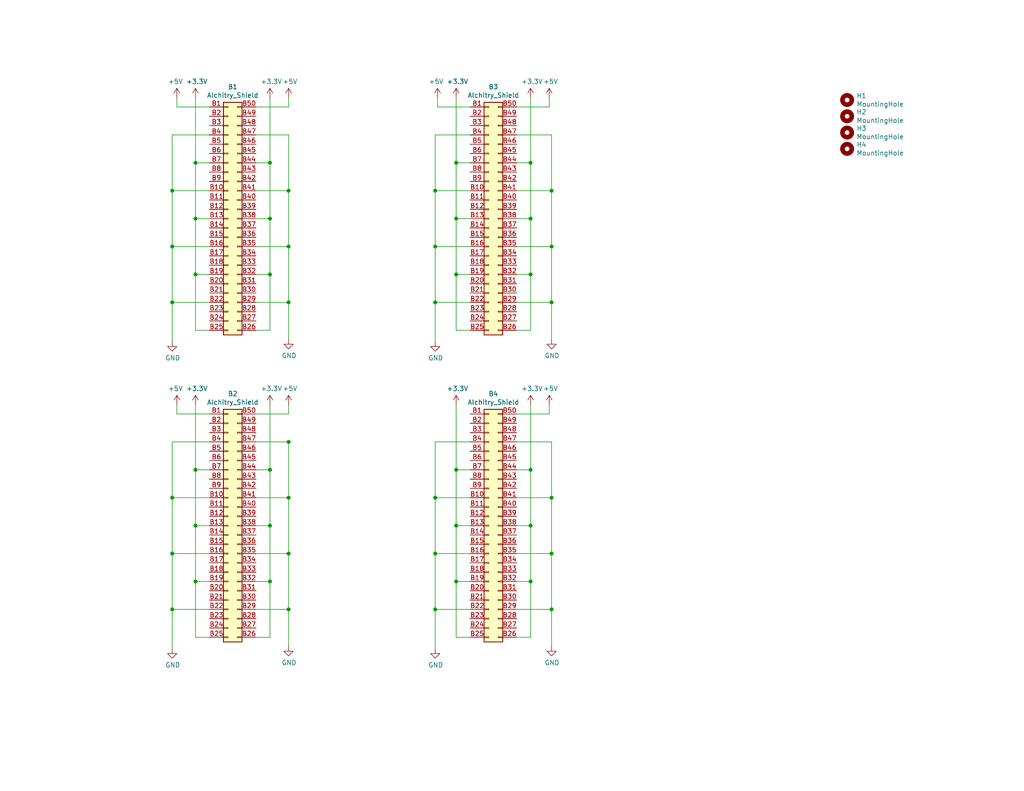
<source format=kicad_sch>
(kicad_sch (version 20230121) (generator eeschema)
  (paper "USLetter")
  (title_block (date "2019-03-06"))
  (lib_symbols
    (symbol "Alchitry_Au:Alchitry_Shield" (pin_names (offset 1.016) hide)
      (property "Reference" "B" (at 0 26.67 0))
      (property "Value" "Alchitry_Shield" (at 0 31.75 0))
      (symbol "Alchitry_Shield_0_1"
        (rectangle (start -2.54 -36.703) (end -1.27 -36.957) (stroke (width 0.1524)))
        (rectangle (start -2.54 -34.163) (end -1.27 -34.417) (stroke (width 0.1524)))
        (rectangle (start -2.54 -31.623) (end -1.27 -31.877) (stroke (width 0.1524)))
        (rectangle (start -2.54 -29.083) (end -1.27 -29.337) (stroke (width 0.1524)))
        (rectangle (start -2.54 -26.543) (end -1.27 -26.797) (stroke (width 0.1524)))
        (rectangle (start -2.54 -24.003) (end -1.27 -24.257) (stroke (width 0.1524)))
        (rectangle (start -2.54 -21.463) (end -1.27 -21.717) (stroke (width 0.1524)))
        (rectangle (start -2.54 -18.923) (end -1.27 -19.177) (stroke (width 0.1524)))
        (rectangle (start -2.54 -16.383) (end -1.27 -16.637) (stroke (width 0.1524)))
        (rectangle (start -2.54 -13.843) (end -1.27 -14.097) (stroke (width 0.1524)))
        (rectangle (start -2.54 -11.303) (end -1.27 -11.557) (stroke (width 0.1524)))
        (rectangle (start -2.54 -8.763) (end -1.27 -9.017) (stroke (width 0.1524)))
        (rectangle (start -2.54 -6.223) (end -1.27 -6.477) (stroke (width 0.1524)))
        (rectangle (start -2.54 -3.683) (end -1.27 -3.937) (stroke (width 0.1524)))
        (rectangle (start -2.54 -1.143) (end -1.27 -1.397) (stroke (width 0.1524)))
        (rectangle (start -2.54 1.397) (end -1.27 1.143) (stroke (width 0.1524)))
        (rectangle (start -2.54 3.937) (end -1.27 3.683) (stroke (width 0.1524)))
        (rectangle (start -2.54 6.477) (end -1.27 6.223) (stroke (width 0.1524)))
        (rectangle (start -2.54 9.017) (end -1.27 8.763) (stroke (width 0.1524)))
        (rectangle (start -2.54 11.557) (end -1.27 11.303) (stroke (width 0.1524)))
        (rectangle (start -2.54 14.097) (end -1.27 13.843) (stroke (width 0.1524)))
        (rectangle (start -2.54 16.637) (end -1.27 16.383) (stroke (width 0.1524)))
        (rectangle (start -2.54 19.177) (end -1.27 18.923) (stroke (width 0.1524)))
        (rectangle (start -2.54 21.717) (end -1.27 21.463) (stroke (width 0.1524)))
        (rectangle (start -2.54 24.257) (end -1.27 24.003) (stroke (width 0.1524)))
        (rectangle (start -2.54 25.4) (end 2.54 -38.1) (stroke (width 0.254)) (fill (type background)))
        (rectangle (start 2.54 -36.703) (end 1.27 -36.957) (stroke (width 0.1524)))
        (rectangle (start 2.54 -34.163) (end 1.27 -34.417) (stroke (width 0.1524)))
        (rectangle (start 2.54 -31.623) (end 1.27 -31.877) (stroke (width 0.1524)))
        (rectangle (start 2.54 -29.083) (end 1.27 -29.337) (stroke (width 0.1524)))
        (rectangle (start 2.54 -26.543) (end 1.27 -26.797) (stroke (width 0.1524)))
        (rectangle (start 2.54 -24.003) (end 1.27 -24.257) (stroke (width 0.1524)))
        (rectangle (start 2.54 -21.463) (end 1.27 -21.717) (stroke (width 0.1524)))
        (rectangle (start 2.54 -18.923) (end 1.27 -19.177) (stroke (width 0.1524)))
        (rectangle (start 2.54 -16.383) (end 1.27 -16.637) (stroke (width 0.1524)))
        (rectangle (start 2.54 -13.843) (end 1.27 -14.097) (stroke (width 0.1524)))
        (rectangle (start 2.54 -11.303) (end 1.27 -11.557) (stroke (width 0.1524)))
        (rectangle (start 2.54 -8.763) (end 1.27 -9.017) (stroke (width 0.1524)))
        (rectangle (start 2.54 -6.223) (end 1.27 -6.477) (stroke (width 0.1524)))
        (rectangle (start 2.54 -3.683) (end 1.27 -3.937) (stroke (width 0.1524)))
        (rectangle (start 2.54 -1.143) (end 1.27 -1.397) (stroke (width 0.1524)))
        (rectangle (start 2.54 1.397) (end 1.27 1.143) (stroke (width 0.1524)))
        (rectangle (start 2.54 3.937) (end 1.27 3.683) (stroke (width 0.1524)))
        (rectangle (start 2.54 6.477) (end 1.27 6.223) (stroke (width 0.1524)))
        (rectangle (start 2.54 9.017) (end 1.27 8.763) (stroke (width 0.1524)))
        (rectangle (start 2.54 11.557) (end 1.27 11.303) (stroke (width 0.1524)))
        (rectangle (start 2.54 14.097) (end 1.27 13.843) (stroke (width 0.1524)))
        (rectangle (start 2.54 16.637) (end 1.27 16.383) (stroke (width 0.1524)))
        (rectangle (start 2.54 19.177) (end 1.27 18.923) (stroke (width 0.1524)))
        (rectangle (start 2.54 21.717) (end 1.27 21.463) (stroke (width 0.1524)))
        (rectangle (start 2.54 24.257) (end 1.27 24.003) (stroke (width 0.1524)))
      )
      (symbol "Alchitry_Shield_1_1"
        (pin passive line (at -6.35 24.13 0) (length 3.81) (name "Pin_1") (number "B1"))
        (pin passive line (at -6.35 1.27 0) (length 3.81) (name "Pin_10") (number "B10"))
        (pin passive line (at -6.35 -1.27 0) (length 3.81) (name "Pin_11") (number "B11"))
        (pin passive line (at -6.35 -3.81 0) (length 3.81) (name "Pin_12") (number "B12"))
        (pin passive line (at -6.35 -6.35 0) (length 3.81) (name "Pin_13") (number "B13"))
        (pin passive line (at -6.35 -8.89 0) (length 3.81) (name "Pin_14") (number "B14"))
        (pin passive line (at -6.35 -11.43 0) (length 3.81) (name "Pin_15") (number "B15"))
        (pin passive line (at -6.35 -13.97 0) (length 3.81) (name "Pin_16") (number "B16"))
        (pin passive line (at -6.35 -16.51 0) (length 3.81) (name "Pin_17") (number "B17"))
        (pin passive line (at -6.35 -19.05 0) (length 3.81) (name "Pin_18") (number "B18"))
        (pin passive line (at -6.35 -21.59 0) (length 3.81) (name "Pin_19") (number "B19"))
        (pin passive line (at -6.35 21.59 0) (length 3.81) (name "Pin_2") (number "B2"))
        (pin passive line (at -6.35 -24.13 0) (length 3.81) (name "Pin_20") (number "B20"))
        (pin passive line (at -6.35 -26.67 0) (length 3.81) (name "Pin_21") (number "B21"))
        (pin passive line (at -6.35 -29.21 0) (length 3.81) (name "Pin_22") (number "B22"))
        (pin passive line (at -6.35 -31.75 0) (length 3.81) (name "Pin_23") (number "B23"))
        (pin passive line (at -6.35 -34.29 0) (length 3.81) (name "Pin_24") (number "B24"))
        (pin passive line (at -6.35 -36.83 0) (length 3.81) (name "Pin_25") (number "B25"))
        (pin passive line (at 6.35 -36.83 180) (length 3.81) (name "Pin_26") (number "B26"))
        (pin passive line (at 6.35 -34.29 180) (length 3.81) (name "Pin_27") (number "B27"))
        (pin passive line (at 6.35 -31.75 180) (length 3.81) (name "Pin_28") (number "B28"))
        (pin passive line (at 6.35 -29.21 180) (length 3.81) (name "Pin_29") (number "B29"))
        (pin passive line (at -6.35 19.05 0) (length 3.81) (name "Pin_3") (number "B3"))
        (pin passive line (at 6.35 -26.67 180) (length 3.81) (name "Pin_30") (number "B30"))
        (pin passive line (at 6.35 -24.13 180) (length 3.81) (name "Pin_31") (number "B31"))
        (pin passive line (at 6.35 -21.59 180) (length 3.81) (name "Pin_32") (number "B32"))
        (pin passive line (at 6.35 -19.05 180) (length 3.81) (name "Pin_33") (number "B33"))
        (pin passive line (at 6.35 -16.51 180) (length 3.81) (name "Pin_34") (number "B34"))
        (pin passive line (at 6.35 -13.97 180) (length 3.81) (name "Pin_35") (number "B35"))
        (pin passive line (at 6.35 -11.43 180) (length 3.81) (name "Pin_36") (number "B36"))
        (pin passive line (at 6.35 -8.89 180) (length 3.81) (name "Pin_37") (number "B37"))
        (pin passive line (at 6.35 -6.35 180) (length 3.81) (name "Pin_38") (number "B38"))
        (pin passive line (at 6.35 -3.81 180) (length 3.81) (name "Pin_39") (number "B39"))
        (pin passive line (at -6.35 16.51 0) (length 3.81) (name "Pin_4") (number "B4"))
        (pin passive line (at 6.35 -1.27 180) (length 3.81) (name "Pin_40") (number "B40"))
        (pin passive line (at 6.35 1.27 180) (length 3.81) (name "Pin_41") (number "B41"))
        (pin passive line (at 6.35 3.81 180) (length 3.81) (name "Pin_42") (number "B42"))
        (pin passive line (at 6.35 6.35 180) (length 3.81) (name "Pin_43") (number "B43"))
        (pin passive line (at 6.35 8.89 180) (length 3.81) (name "Pin_44") (number "B44"))
        (pin passive line (at 6.35 11.43 180) (length 3.81) (name "Pin_45") (number "B45"))
        (pin passive line (at 6.35 13.97 180) (length 3.81) (name "Pin_46") (number "B46"))
        (pin passive line (at 6.35 16.51 180) (length 3.81) (name "Pin_47") (number "B47"))
        (pin passive line (at 6.35 19.05 180) (length 3.81) (name "Pin_48") (number "B48"))
        (pin passive line (at 6.35 21.59 180) (length 3.81) (name "Pin_49") (number "B49"))
        (pin passive line (at -6.35 13.97 0) (length 3.81) (name "Pin_5") (number "B5"))
        (pin passive line (at 6.35 24.13 180) (length 3.81) (name "Pin_50") (number "B50"))
        (pin passive line (at -6.35 11.43 0) (length 3.81) (name "Pin_6") (number "B6"))
        (pin passive line (at -6.35 8.89 0) (length 3.81) (name "Pin_7") (number "B7"))
        (pin passive line (at -6.35 6.35 0) (length 3.81) (name "Pin_8") (number "B8"))
        (pin passive line (at -6.35 3.81 0) (length 3.81) (name "Pin_9") (number "B9"))
      )
    )
    (symbol "Mechanical:MountingHole" (pin_names (offset 1.016))
      (property "Reference" "H" (at 0 5.08 0))
      (property "Value" "MountingHole" (at 0 3.175 0))
      (symbol "MountingHole_0_1"
        (circle (center 0 0) (radius 1.27) (stroke (width 1.27)))
      )
    )
    (symbol "power:+3.3V" (power) (pin_names (offset 0))
      (property "Value" "+3.3V" (at 0 3.556 0))
      (symbol "+3.3V_0_1"
        (polyline (pts (xy -0.762 1.27) (xy 0 2.54)))
        (polyline (pts (xy 0 0) (xy 0 2.54)))
        (polyline (pts (xy 0 2.54) (xy 0.762 1.27)))
      )
      (symbol "+3.3V_1_1"
        (pin power_in line (at 0 0 90) (length 0) hide (name "+3.3V") (number "1"))
      )
    )
    (symbol "power:+5V" (power) (pin_names (offset 0))
      (property "Value" "+5V" (at 0 3.556 0))
      (symbol "+5V_0_1"
        (polyline (pts (xy -0.762 1.27) (xy 0 2.54)))
        (polyline (pts (xy 0 0) (xy 0 2.54)))
        (polyline (pts (xy 0 2.54) (xy 0.762 1.27)))
      )
      (symbol "+5V_1_1"
        (pin power_in line (at 0 0 90) (length 0) hide (name "+5V") (number "1"))
      )
    )
    (symbol "power:GND" (power) (pin_names (offset 0))
      (property "Value" "GND" (at 0 -3.81 0))
      (symbol "GND_0_1"
        (polyline (pts (xy 0 0) (xy 0 -1.27) (xy 1.27 -1.27) (xy 0 -2.54) (xy -1.27 -1.27) (xy 0 -1.27)))
      )
      (symbol "GND_1_1"
        (pin power_in line (at 0 0 270) (length 0) hide (name "GND") (number "1"))
      )
    )
  )
  (junction (at 46.99 135.89))
  (junction (at 150.495 166.37))
  (junction (at 150.495 67.31))
  (junction (at 78.74 120.65))
  (junction (at 144.78 158.75))
  (junction (at 53.34 128.27))
  (junction (at 124.46 59.69))
  (junction (at 73.66 158.75))
  (junction (at 78.74 135.89))
  (junction (at 150.495 52.07))
  (junction (at 124.46 158.75))
  (junction (at 150.495 151.13))
  (junction (at 73.66 74.93))
  (junction (at 78.74 67.31))
  (junction (at 53.34 74.93))
  (junction (at 78.74 52.07))
  (junction (at 118.745 135.89))
  (junction (at 124.46 44.45))
  (junction (at 53.34 143.51))
  (junction (at 73.66 44.45))
  (junction (at 118.745 82.55))
  (junction (at 144.78 128.27))
  (junction (at 53.34 59.69))
  (junction (at 124.46 128.27))
  (junction (at 46.99 166.37))
  (junction (at 73.66 128.27))
  (junction (at 78.74 82.55))
  (junction (at 53.34 44.45))
  (junction (at 144.78 59.69))
  (junction (at 124.46 143.51))
  (junction (at 46.99 82.55))
  (junction (at 46.99 52.07))
  (junction (at 73.66 59.69))
  (junction (at 78.74 151.13))
  (junction (at 150.495 82.55))
  (junction (at 118.745 52.07))
  (junction (at 144.78 74.93))
  (junction (at 78.74 166.37))
  (junction (at 144.78 143.51))
  (junction (at 124.46 74.93))
  (junction (at 118.745 151.13))
  (junction (at 118.745 67.31))
  (junction (at 144.78 44.45))
  (junction (at 150.495 135.89))
  (junction (at 53.34 158.75))
  (junction (at 46.99 151.13))
  (junction (at 73.66 143.51))
  (junction (at 46.99 67.31))
  (junction (at 118.745 166.37))
  (wire (pts (xy 46.99 52.07) (xy 46.99 36.83)))
  (wire (pts (xy 78.74 113.03) (xy 78.74 110.49)))
  (wire (pts (xy 118.745 36.83) (xy 128.27 36.83)))
  (wire (pts (xy 69.85 151.13) (xy 78.74 151.13)))
  (wire (pts (xy 140.97 59.69) (xy 144.78 59.69)))
  (wire (pts (xy 57.15 143.51) (xy 53.34 143.51)))
  (wire (pts (xy 69.85 135.89) (xy 78.74 135.89)))
  (wire (pts (xy 69.85 166.37) (xy 78.74 166.37)))
  (wire (pts (xy 78.74 82.55) (xy 78.74 92.71)))
  (wire (pts (xy 73.66 173.99) (xy 73.66 158.75)))
  (wire (pts (xy 46.99 82.55) (xy 46.99 93.345)))
  (wire (pts (xy 53.34 128.27) (xy 53.34 110.49)))
  (wire (pts (xy 73.66 158.75) (xy 73.66 143.51)))
  (wire (pts (xy 69.85 82.55) (xy 78.74 82.55)))
  (wire (pts (xy 73.66 44.45) (xy 73.66 26.67)))
  (wire (pts (xy 144.78 128.27) (xy 144.78 110.49)))
  (wire (pts (xy 53.34 173.99) (xy 53.34 158.75)))
  (wire (pts (xy 78.74 52.07) (xy 78.74 67.31)))
  (wire (pts (xy 118.745 52.07) (xy 128.27 52.07)))
  (wire (pts (xy 140.97 74.93) (xy 144.78 74.93)))
  (wire (pts (xy 124.46 90.17) (xy 124.46 74.93)))
  (wire (pts (xy 118.745 166.37) (xy 118.745 177.165)))
  (wire (pts (xy 118.745 151.13) (xy 128.27 151.13)))
  (wire (pts (xy 78.74 67.31) (xy 78.74 82.55)))
  (wire (pts (xy 78.74 151.13) (xy 79.375 151.13)))
  (wire (pts (xy 69.85 52.07) (xy 78.74 52.07)))
  (wire (pts (xy 124.46 59.69) (xy 124.46 44.45)))
  (wire (pts (xy 57.15 158.75) (xy 53.34 158.75)))
  (wire (pts (xy 128.27 44.45) (xy 124.46 44.45)))
  (wire (pts (xy 128.27 173.99) (xy 124.46 173.99)))
  (wire (pts (xy 46.99 151.13) (xy 46.99 166.37)))
  (wire (pts (xy 73.66 59.69) (xy 73.66 44.45)))
  (wire (pts (xy 150.495 120.65) (xy 150.495 135.89)))
  (wire (pts (xy 124.46 74.93) (xy 124.46 59.69)))
  (wire (pts (xy 140.97 135.89) (xy 150.495 135.89)))
  (wire (pts (xy 46.99 151.13) (xy 57.15 151.13)))
  (wire (pts (xy 69.85 120.65) (xy 78.74 120.65)))
  (wire (pts (xy 128.27 128.27) (xy 124.46 128.27)))
  (wire (pts (xy 46.99 120.65) (xy 57.15 120.65)))
  (wire (pts (xy 118.745 52.07) (xy 118.745 67.31)))
  (wire (pts (xy 150.495 166.37) (xy 150.495 176.53)))
  (wire (pts (xy 124.46 173.99) (xy 124.46 158.75)))
  (wire (pts (xy 46.99 52.07) (xy 57.15 52.07)))
  (wire (pts (xy 69.85 36.83) (xy 78.74 36.83)))
  (wire (pts (xy 46.99 166.37) (xy 57.15 166.37)))
  (wire (pts (xy 144.78 59.69) (xy 144.78 44.45)))
  (wire (pts (xy 78.74 135.89) (xy 79.375 135.89)))
  (wire (pts (xy 144.78 44.45) (xy 144.78 26.67)))
  (wire (pts (xy 69.85 29.21) (xy 78.74 29.21)))
  (wire (pts (xy 73.66 74.93) (xy 73.66 59.69)))
  (wire (pts (xy 118.745 82.55) (xy 128.27 82.55)))
  (wire (pts (xy 150.495 151.13) (xy 150.495 166.37)))
  (wire (pts (xy 118.745 120.65) (xy 118.745 135.89)))
  (wire (pts (xy 57.15 113.03) (xy 48.26 113.03)))
  (wire (pts (xy 53.34 59.69) (xy 53.34 44.45)))
  (wire (pts (xy 53.34 90.17) (xy 53.34 74.93)))
  (wire (pts (xy 46.99 67.31) (xy 57.15 67.31)))
  (wire (pts (xy 149.86 113.03) (xy 149.86 110.49)))
  (wire (pts (xy 46.99 67.31) (xy 46.99 82.55)))
  (wire (pts (xy 140.97 29.21) (xy 149.86 29.21)))
  (wire (pts (xy 53.34 74.93) (xy 53.34 59.69)))
  (wire (pts (xy 118.745 82.55) (xy 118.745 93.345)))
  (wire (pts (xy 118.745 67.31) (xy 118.745 82.55)))
  (wire (pts (xy 140.97 120.65) (xy 150.495 120.65)))
  (wire (pts (xy 69.85 173.99) (xy 73.66 173.99)))
  (wire (pts (xy 57.15 29.21) (xy 48.26 29.21)))
  (wire (pts (xy 140.97 67.31) (xy 150.495 67.31)))
  (wire (pts (xy 140.97 113.03) (xy 149.86 113.03)))
  (wire (pts (xy 69.85 59.69) (xy 73.66 59.69)))
  (wire (pts (xy 128.27 158.75) (xy 124.46 158.75)))
  (wire (pts (xy 57.15 128.27) (xy 53.34 128.27)))
  (wire (pts (xy 78.74 166.37) (xy 79.375 166.37)))
  (wire (pts (xy 144.78 90.17) (xy 144.78 74.93)))
  (wire (pts (xy 150.495 52.07) (xy 150.495 67.31)))
  (wire (pts (xy 124.46 44.45) (xy 124.46 26.67)))
  (wire (pts (xy 144.78 158.75) (xy 144.78 143.51)))
  (wire (pts (xy 78.74 120.65) (xy 79.375 120.65)))
  (wire (pts (xy 118.745 67.31) (xy 128.27 67.31)))
  (wire (pts (xy 69.85 74.93) (xy 73.66 74.93)))
  (wire (pts (xy 57.15 90.17) (xy 53.34 90.17)))
  (wire (pts (xy 57.15 59.69) (xy 53.34 59.69)))
  (wire (pts (xy 69.85 44.45) (xy 73.66 44.45)))
  (wire (pts (xy 69.85 67.31) (xy 78.74 67.31)))
  (wire (pts (xy 118.745 120.65) (xy 128.27 120.65)))
  (wire (pts (xy 149.86 29.21) (xy 149.86 26.67)))
  (wire (pts (xy 150.495 135.89) (xy 150.495 151.13)))
  (wire (pts (xy 78.74 151.13) (xy 78.74 166.37)))
  (wire (pts (xy 140.97 90.17) (xy 144.78 90.17)))
  (wire (pts (xy 46.99 36.83) (xy 57.15 36.83)))
  (wire (pts (xy 118.745 151.13) (xy 118.745 166.37)))
  (wire (pts (xy 53.34 143.51) (xy 53.34 128.27)))
  (wire (pts (xy 57.15 173.99) (xy 53.34 173.99)))
  (wire (pts (xy 140.97 151.13) (xy 150.495 151.13)))
  (wire (pts (xy 46.99 135.89) (xy 57.15 135.89)))
  (wire (pts (xy 46.99 82.55) (xy 57.15 82.55)))
  (wire (pts (xy 73.66 90.17) (xy 73.66 74.93)))
  (wire (pts (xy 46.99 135.89) (xy 46.99 151.13)))
  (wire (pts (xy 78.74 166.37) (xy 78.74 176.53)))
  (wire (pts (xy 73.66 143.51) (xy 73.66 128.27)))
  (wire (pts (xy 57.15 44.45) (xy 53.34 44.45)))
  (wire (pts (xy 119.38 29.21) (xy 119.38 26.67)))
  (wire (pts (xy 140.97 166.37) (xy 150.495 166.37)))
  (wire (pts (xy 128.27 74.93) (xy 124.46 74.93)))
  (wire (pts (xy 140.97 143.51) (xy 144.78 143.51)))
  (wire (pts (xy 140.97 82.55) (xy 150.495 82.55)))
  (wire (pts (xy 78.74 29.21) (xy 78.74 26.67)))
  (wire (pts (xy 128.27 143.51) (xy 124.46 143.51)))
  (wire (pts (xy 118.745 135.89) (xy 128.27 135.89)))
  (wire (pts (xy 78.74 120.65) (xy 78.74 135.89)))
  (wire (pts (xy 140.97 52.07) (xy 150.495 52.07)))
  (wire (pts (xy 53.34 44.45) (xy 53.34 26.67)))
  (wire (pts (xy 46.99 120.65) (xy 46.99 135.89)))
  (wire (pts (xy 140.97 158.75) (xy 144.78 158.75)))
  (wire (pts (xy 118.745 135.89) (xy 118.745 151.13)))
  (wire (pts (xy 53.34 158.75) (xy 53.34 143.51)))
  (wire (pts (xy 57.15 74.93) (xy 53.34 74.93)))
  (wire (pts (xy 48.26 29.21) (xy 48.26 26.67)))
  (wire (pts (xy 150.495 82.55) (xy 150.495 92.71)))
  (wire (pts (xy 124.46 143.51) (xy 124.46 128.27)))
  (wire (pts (xy 140.97 173.99) (xy 144.78 173.99)))
  (wire (pts (xy 124.46 128.27) (xy 124.46 110.49)))
  (wire (pts (xy 69.85 158.75) (xy 73.66 158.75)))
  (wire (pts (xy 124.46 158.75) (xy 124.46 143.51)))
  (wire (pts (xy 69.85 113.03) (xy 78.74 113.03)))
  (wire (pts (xy 128.27 90.17) (xy 124.46 90.17)))
  (wire (pts (xy 69.85 90.17) (xy 73.66 90.17)))
  (wire (pts (xy 128.27 59.69) (xy 124.46 59.69)))
  (wire (pts (xy 144.78 143.51) (xy 144.78 128.27)))
  (wire (pts (xy 48.26 113.03) (xy 48.26 110.49)))
  (wire (pts (xy 69.85 143.51) (xy 73.66 143.51)))
  (wire (pts (xy 128.27 29.21) (xy 119.38 29.21)))
  (wire (pts (xy 150.495 67.31) (xy 150.495 82.55)))
  (wire (pts (xy 78.74 36.83) (xy 78.74 52.07)))
  (wire (pts (xy 118.745 36.83) (xy 118.745 52.07)))
  (wire (pts (xy 144.78 74.93) (xy 144.78 59.69)))
  (wire (pts (xy 73.66 128.27) (xy 73.66 110.49)))
  (wire (pts (xy 118.745 166.37) (xy 128.27 166.37)))
  (wire (pts (xy 46.99 52.07) (xy 46.99 67.31)))
  (wire (pts (xy 140.97 36.83) (xy 150.495 36.83)))
  (wire (pts (xy 46.99 166.37) (xy 46.99 177.165)))
  (wire (pts (xy 69.85 128.27) (xy 73.66 128.27)))
  (wire (pts (xy 78.74 135.89) (xy 78.74 151.13)))
  (wire (pts (xy 144.78 173.99) (xy 144.78 158.75)))
  (wire (pts (xy 140.97 44.45) (xy 144.78 44.45)))
  (wire (pts (xy 150.495 36.83) (xy 150.495 52.07)))
  (wire (pts (xy 140.97 128.27) (xy 144.78 128.27)))
  (symbol (lib_id "Alchitry_Au:Alchitry_Shield") (at 63.5 53.34 0) (unit 1)
    (property "Reference" "B1" (at 63.5 23.6982 0))
    (property "Value" "Alchitry_Shield" (at 63.5 26.0096 0))
    (property "Footprint" "Alchitry_Au:Alchitry_Conn" (effects hide))
  )
  (symbol (lib_id "Mechanical:MountingHole") (at 231.14 27.305 0) (unit 1)
    (property "Reference" "H1" (at 233.68 26.1366 0) (effects (justify left)))
    (property "Value" "MountingHole" (at 233.68 28.448 0) (effects (justify left)))
    (property "Footprint" "Alchitry_Au:2m2ThroughHole" (effects hide))
  )
  (symbol (lib_id "Mechanical:MountingHole") (at 231.14 31.75 0) (unit 1)
    (property "Reference" "H2" (at 233.68 30.5816 0) (effects (justify left)))
    (property "Value" "MountingHole" (at 233.68 32.893 0) (effects (justify left)))
    (property "Footprint" "Alchitry_Au:2m2ThroughHole" (effects hide))
  )
  (symbol (lib_id "Mechanical:MountingHole") (at 231.14 40.64 0) (unit 1)
    (property "Reference" "H4" (at 233.68 39.4716 0) (effects (justify left)))
    (property "Value" "MountingHole" (at 233.68 41.783 0) (effects (justify left)))
    (property "Footprint" "Alchitry_Au:2m2ThroughHole" (effects hide))
  )
  (symbol (lib_id "Mechanical:MountingHole") (at 231.14 36.195 0) (unit 1)
    (property "Reference" "H3" (at 233.68 35.0266 0) (effects (justify left)))
    (property "Value" "MountingHole" (at 233.68 37.338 0) (effects (justify left)))
    (property "Footprint" "Alchitry_Au:2m2ThroughHole" (effects hide))
  )
  (symbol (lib_id "Alchitry_Au:Alchitry_Shield") (at 134.62 53.34 0) (unit 1)
    (property "Reference" "B3" (at 134.62 23.6982 0))
    (property "Value" "Alchitry_Shield" (at 134.62 26.0096 0))
    (property "Footprint" "Alchitry_Au:Alchitry_Conn" (effects hide))
  )
  (symbol (lib_id "Alchitry_Au:Alchitry_Shield") (at 63.5 137.16 0) (unit 1)
    (property "Reference" "B2" (at 63.5 107.5182 0))
    (property "Value" "Alchitry_Shield" (at 63.5 109.8296 0))
    (property "Footprint" "Alchitry_Au:Alchitry_Conn" (effects hide))
  )
  (symbol (lib_id "Alchitry_Au:Alchitry_Shield") (at 134.62 137.16 0) (unit 1)
    (property "Reference" "B4" (at 134.62 107.5182 0))
    (property "Value" "Alchitry_Shield" (at 134.62 109.8296 0))
    (property "Footprint" "Alchitry_Au:Alchitry_Conn" (effects hide))
  )
  (symbol (lib_id "power:GND") (at 46.99 93.345 0) (unit 1)
    (property "Reference" "#PWR01" (effects hide))
    (property "Value" "GND" (at 47.117 97.7392 0))
  )
  (symbol (lib_id "power:GND") (at 78.74 92.71 0) (unit 1)
    (property "Reference" "#PWR03" (effects hide))
    (property "Value" "GND" (at 78.867 97.1042 0))
  )
  (symbol (lib_id "power:GND") (at 150.495 92.71 0) (unit 1)
    (property "Reference" "#PWR07" (effects hide))
    (property "Value" "GND" (at 150.622 97.1042 0))
  )
  (symbol (lib_id "power:GND") (at 118.745 93.345 0) (unit 1)
    (property "Reference" "#PWR05" (effects hide))
    (property "Value" "GND" (at 118.872 97.7392 0))
  )
  (symbol (lib_id "power:GND") (at 150.495 176.53 0) (unit 1)
    (property "Reference" "#PWR08" (effects hide))
    (property "Value" "GND" (at 150.622 180.9242 0))
  )
  (symbol (lib_id "power:GND") (at 118.745 177.165 0) (unit 1)
    (property "Reference" "#PWR06" (effects hide))
    (property "Value" "GND" (at 118.872 181.5592 0))
  )
  (symbol (lib_id "power:GND") (at 78.74 176.53 0) (unit 1)
    (property "Reference" "#PWR04" (effects hide))
    (property "Value" "GND" (at 78.867 180.9242 0))
  )
  (symbol (lib_id "power:GND") (at 46.99 177.165 0) (unit 1)
    (property "Reference" "#PWR02" (effects hide))
    (property "Value" "GND" (at 47.117 181.5592 0))
  )
  (symbol (lib_id "power:+3.3V") (at 53.34 26.67 0) (unit 1)
    (property "Reference" "#PWR?" (effects hide))
    (property "Value" "+3.3V" (at 53.721 22.2758 0))
  )
  (symbol (lib_id "power:+3.3V") (at 73.66 26.67 0) (unit 1)
    (property "Reference" "#PWR?" (effects hide))
    (property "Value" "+3.3V" (at 74.041 22.2758 0))
  )
  (symbol (lib_id "power:+3.3V") (at 124.46 26.67 0) (unit 1)
    (property "Reference" "#PWR?" (effects hide))
    (property "Value" "+3.3V" (at 124.841 22.2758 0))
  )
  (symbol (lib_id "power:+3.3V") (at 144.78 26.67 0) (unit 1)
    (property "Reference" "#PWR?" (effects hide))
    (property "Value" "+3.3V" (at 145.161 22.2758 0))
  )
  (symbol (lib_id "power:+3.3V") (at 53.34 110.49 0) (unit 1)
    (property "Reference" "#PWR?" (effects hide))
    (property "Value" "+3.3V" (at 53.721 106.0958 0))
  )
  (symbol (lib_id "power:+3.3V") (at 73.66 110.49 0) (unit 1)
    (property "Reference" "#PWR?" (effects hide))
    (property "Value" "+3.3V" (at 74.041 106.0958 0))
  )
  (symbol (lib_id "power:+3.3V") (at 124.46 110.49 0) (unit 1)
    (property "Reference" "#PWR?" (effects hide))
    (property "Value" "+3.3V" (at 124.841 106.0958 0))
  )
  (symbol (lib_id "power:+3.3V") (at 144.78 110.49 0) (unit 1)
    (property "Reference" "#PWR?" (effects hide))
    (property "Value" "+3.3V" (at 145.161 106.0958 0))
  )
  (symbol (lib_id "power:+5V") (at 149.86 110.49 0) (unit 1)
    (property "Reference" "#PWR?" (effects hide))
    (property "Value" "+5V" (at 150.241 106.0958 0))
  )
  (symbol (lib_id "power:+5V") (at 149.86 26.67 0) (unit 1)
    (property "Reference" "#PWR?" (effects hide))
    (property "Value" "+5V" (at 150.241 22.2758 0))
  )
  (symbol (lib_id "power:+5V") (at 119.38 26.67 0) (mirror y) (unit 1)
    (property "Reference" "#PWR?" (effects hide))
    (property "Value" "+5V" (at 118.999 22.2758 0))
  )
  (symbol (lib_id "power:+5V") (at 48.26 26.67 0) (mirror y) (unit 1)
    (property "Reference" "#PWR?" (effects hide))
    (property "Value" "+5V" (at 47.879 22.2758 0))
  )
  (symbol (lib_id "power:+5V") (at 48.26 110.49 0) (mirror y) (unit 1)
    (property "Reference" "#PWR?" (effects hide))
    (property "Value" "+5V" (at 47.879 106.0958 0))
  )
  (symbol (lib_id "power:+5V") (at 78.74 110.49 0) (unit 1)
    (property "Reference" "#PWR?" (effects hide))
    (property "Value" "+5V" (at 79.121 106.0958 0))
  )
  (symbol (lib_id "power:+5V") (at 78.74 26.67 0) (unit 1)
    (property "Reference" "#PWR?" (effects hide))
    (property "Value" "+5V" (at 79.121 22.2758 0))
  )
)
</source>
